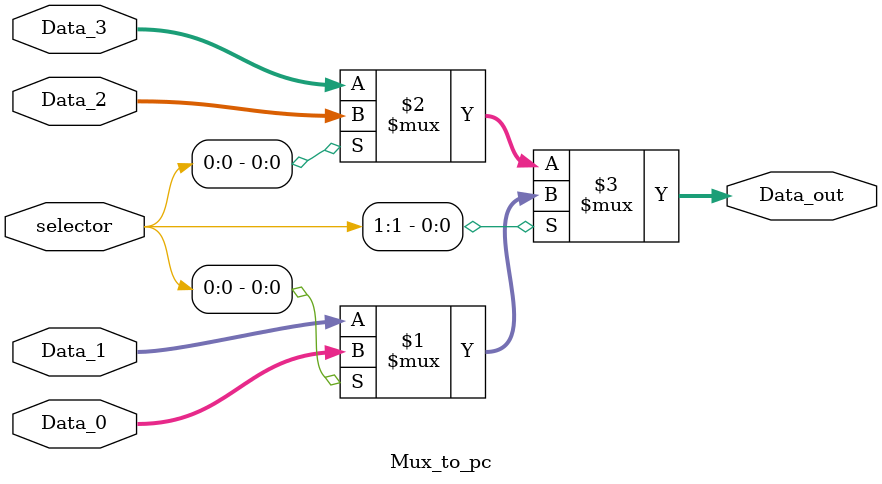
<source format=v>
module Mux_to_pc (
    input wire    [1:0]     selector,
    input wire    [31:0]    Data_0,//00
    input wire    [31:0]    Data_1,//01
    input wire    [31:0]    Data_2,//10
    input wire    [31:0]    Data_3,//11
    output wire   [31:0]    Data_out
);


    assign Data_out = selector[1] ? (selector[0] ? Data_0 : Data_1) : (selector[0] ? Data_2 : Data_3);


    
endmodule

</source>
